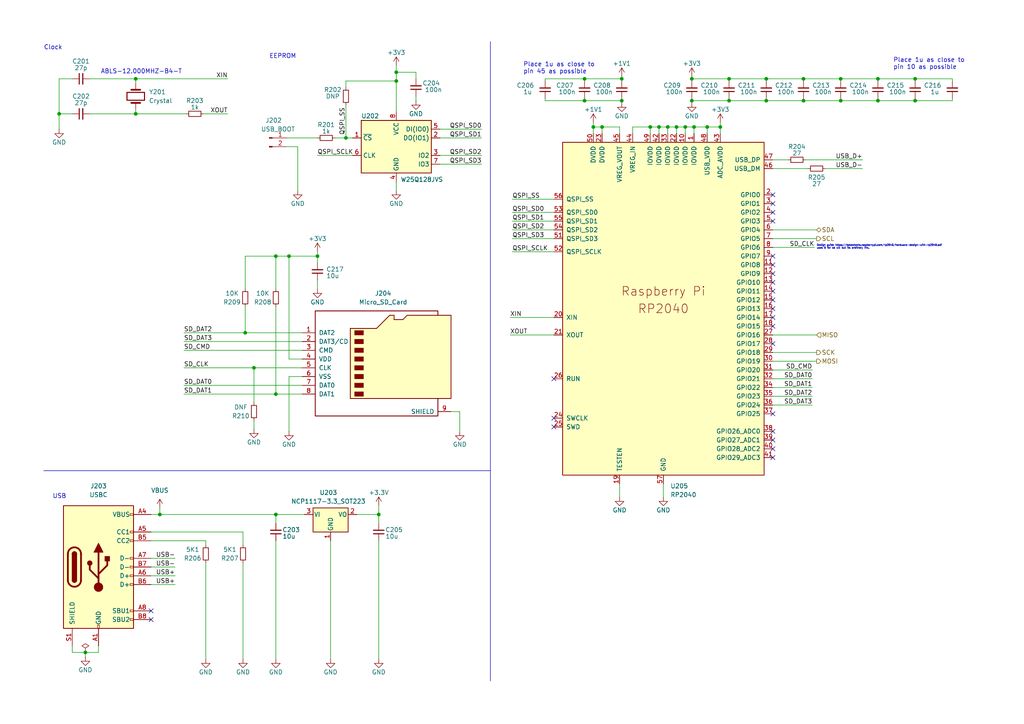
<source format=kicad_sch>
(kicad_sch (version 20230121) (generator eeschema)
  (paper "A4")
  (title_block (title "KIT Mainboard") (date "${ISSUE}") (rev "${REVISION}") (company "Kitsune Scientific"))
  (lib_symbols
    (symbol "Connector:Conn_01x02_Male" (pin_names (offset 1.016) hide)
      (property "Reference" "J" (at 0 2.54 0))
      (property "Value" "Conn_01x02_Male" (at 0 -5.08 0))
      (symbol "Conn_01x02_Male_1_1"
        (polyline (pts (xy 1.27 -2.54) (xy 0.8636 -2.54)) (stroke (width 0.1524)))
        (polyline (pts (xy 1.27 0) (xy 0.8636 0)) (stroke (width 0.1524)))
        (rectangle (start 0.8636 -2.413) (end 0 -2.667) (stroke (width 0.1524)) (fill (type outline)))
        (rectangle (start 0.8636 0.127) (end 0 -0.127) (stroke (width 0.1524)) (fill (type outline)))
        (pin passive line (at 5.08 0 180) (length 3.81) (name "Pin_1") (number "1"))
        (pin passive line (at 5.08 -2.54 180) (length 3.81) (name "Pin_2") (number "2"))
      )
    )
    (symbol "Connector:Micro_SD_Card" (pin_names (offset 1.016))
      (property "Reference" "J" (at -16.51 15.24 0))
      (property "Value" "Micro_SD_Card" (at 16.51 15.24 0))
      (symbol "Micro_SD_Card_0_1"
        (rectangle (start -7.62 -9.525) (end -5.08 -10.795) (fill (type outline)))
        (rectangle (start -7.62 -6.985) (end -5.08 -8.255) (fill (type outline)))
        (rectangle (start -7.62 -4.445) (end -5.08 -5.715) (fill (type outline)))
        (rectangle (start -7.62 -1.905) (end -5.08 -3.175) (fill (type outline)))
        (rectangle (start -7.62 0.635) (end -5.08 -0.635) (fill (type outline)))
        (rectangle (start -7.62 3.175) (end -5.08 1.905) (fill (type outline)))
        (rectangle (start -7.62 5.715) (end -5.08 4.445) (fill (type outline)))
        (rectangle (start -7.62 8.255) (end -5.08 6.985) (fill (type outline)))
        (polyline (pts (xy 16.51 12.7) (xy 16.51 13.97) (xy -19.05 13.97) (xy -19.05 -16.51) (xy 16.51 -16.51) (xy 16.51 -11.43)) (stroke (width 0.254)))
        (polyline (pts (xy -8.89 -11.43) (xy -8.89 8.89) (xy -1.27 8.89) (xy 2.54 12.7) (xy 3.81 12.7) (xy 3.81 11.43) (xy 6.35 11.43) (xy 7.62 12.7) (xy 20.32 12.7) (xy 20.32 -11.43) (xy -8.89 -11.43)) (stroke (width 0.254)) (fill (type background)))
      )
      (symbol "Micro_SD_Card_1_1"
        (pin bidirectional line (at -22.86 7.62 0) (length 3.81) (name "DAT2") (number "1"))
        (pin bidirectional line (at -22.86 5.08 0) (length 3.81) (name "DAT3/CD") (number "2"))
        (pin input line (at -22.86 2.54 0) (length 3.81) (name "CMD") (number "3"))
        (pin power_in line (at -22.86 0 0) (length 3.81) (name "VDD") (number "4"))
        (pin input line (at -22.86 -2.54 0) (length 3.81) (name "CLK") (number "5"))
        (pin power_in line (at -22.86 -5.08 0) (length 3.81) (name "VSS") (number "6"))
        (pin bidirectional line (at -22.86 -7.62 0) (length 3.81) (name "DAT0") (number "7"))
        (pin bidirectional line (at -22.86 -10.16 0) (length 3.81) (name "DAT1") (number "8"))
        (pin passive line (at 20.32 -15.24 180) (length 3.81) (name "SHIELD") (number "9"))
      )
    )
    (symbol "Connector:USB_C_Receptacle_USB2.0" (pin_names (offset 1.016))
      (property "Reference" "J" (at -10.16 19.05 0))
      (property "Value" "USB_C_Receptacle_USB2.0" (at 19.05 19.05 0))
      (symbol "USB_C_Receptacle_USB2.0_0_0"
        (rectangle (start -0.254 -17.78) (end 0.254 -16.764))
        (rectangle (start 10.16 -14.986) (end 9.144 -15.494))
        (rectangle (start 10.16 -12.446) (end 9.144 -12.954))
        (rectangle (start 10.16 -4.826) (end 9.144 -5.334))
        (rectangle (start 10.16 -2.286) (end 9.144 -2.794))
        (rectangle (start 10.16 0.254) (end 9.144 -0.254))
        (rectangle (start 10.16 2.794) (end 9.144 2.286))
        (rectangle (start 10.16 7.874) (end 9.144 7.366))
        (rectangle (start 10.16 10.414) (end 9.144 9.906))
        (rectangle (start 10.16 15.494) (end 9.144 14.986))
      )
      (symbol "USB_C_Receptacle_USB2.0_0_1"
        (rectangle (start -10.16 17.78) (end 10.16 -17.78) (stroke (width 0.254)) (fill (type background)))
        (arc (start -8.89 -3.81) (mid -6.985 -5.7067) (end -5.08 -3.81) (stroke (width 0.508)))
        (arc (start -7.62 -3.81) (mid -6.985 -4.4423) (end -6.35 -3.81) (stroke (width 0.254)))
        (arc (start -7.62 -3.81) (mid -6.985 -4.4423) (end -6.35 -3.81) (stroke (width 0.254)) (fill (type outline)))
        (rectangle (start -7.62 -3.81) (end -6.35 3.81) (stroke (width 0.254)) (fill (type outline)))
        (arc (start -6.35 3.81) (mid -6.985 4.4423) (end -7.62 3.81) (stroke (width 0.254)))
        (arc (start -6.35 3.81) (mid -6.985 4.4423) (end -7.62 3.81) (stroke (width 0.254)) (fill (type outline)))
        (arc (start -5.08 3.81) (mid -6.985 5.7067) (end -8.89 3.81) (stroke (width 0.508)))
        (circle (center -2.54 1.143) (radius 0.635) (stroke (width 0.254)) (fill (type outline)))
        (circle (center 0 -5.842) (radius 1.27) (fill (type outline)))
        (polyline (pts (xy -8.89 -3.81) (xy -8.89 3.81)) (stroke (width 0.508)))
        (polyline (pts (xy -5.08 3.81) (xy -5.08 -3.81)) (stroke (width 0.508)))
        (polyline (pts (xy 0 -5.842) (xy 0 4.318)) (stroke (width 0.508)))
        (polyline (pts (xy 0 -3.302) (xy -2.54 -0.762) (xy -2.54 0.508)) (stroke (width 0.508)))
        (polyline (pts (xy 0 -2.032) (xy 2.54 0.508) (xy 2.54 1.778)) (stroke (width 0.508)))
        (polyline (pts (xy -1.27 4.318) (xy 0 6.858) (xy 1.27 4.318) (xy -1.27 4.318)) (stroke (width 0.254)) (fill (type outline)))
        (rectangle (start 1.905 1.778) (end 3.175 3.048) (stroke (width 0.254)) (fill (type outline)))
      )
      (symbol "USB_C_Receptacle_USB2.0_1_1"
        (pin passive line (at 0 -22.86 90) (length 5.08) (name "GND") (number "A1"))
        (pin passive line (at 0 -22.86 90) (length 5.08) hide (name "GND") (number "A12"))
        (pin passive line (at 15.24 15.24 180) (length 5.08) (name "VBUS") (number "A4"))
        (pin bidirectional line (at 15.24 10.16 180) (length 5.08) (name "CC1") (number "A5"))
        (pin bidirectional line (at 15.24 -2.54 180) (length 5.08) (name "D+") (number "A6"))
        (pin bidirectional line (at 15.24 2.54 180) (length 5.08) (name "D-") (number "A7"))
        (pin bidirectional line (at 15.24 -12.7 180) (length 5.08) (name "SBU1") (number "A8"))
        (pin passive line (at 15.24 15.24 180) (length 5.08) hide (name "VBUS") (number "A9"))
        (pin passive line (at 0 -22.86 90) (length 5.08) hide (name "GND") (number "B1"))
        (pin passive line (at 0 -22.86 90) (length 5.08) hide (name "GND") (number "B12"))
        (pin passive line (at 15.24 15.24 180) (length 5.08) hide (name "VBUS") (number "B4"))
        (pin bidirectional line (at 15.24 7.62 180) (length 5.08) (name "CC2") (number "B5"))
        (pin bidirectional line (at 15.24 -5.08 180) (length 5.08) (name "D+") (number "B6"))
        (pin bidirectional line (at 15.24 0 180) (length 5.08) (name "D-") (number "B7"))
        (pin bidirectional line (at 15.24 -15.24 180) (length 5.08) (name "SBU2") (number "B8"))
        (pin passive line (at 15.24 15.24 180) (length 5.08) hide (name "VBUS") (number "B9"))
        (pin passive line (at -7.62 -22.86 90) (length 5.08) (name "SHIELD") (number "S1"))
      )
    )
    (symbol "Device:C_Small" (pin_numbers hide) (pin_names (offset 0.254) hide)
      (property "Reference" "C" (at 0.254 1.778 0))
      (property "Value" "C_Small" (at 0.254 -2.032 0))
      (symbol "C_Small_0_1"
        (polyline (pts (xy -1.524 -0.508) (xy 1.524 -0.508)) (stroke (width 0.3302)))
        (polyline (pts (xy -1.524 0.508) (xy 1.524 0.508)) (stroke (width 0.3048)))
      )
      (symbol "C_Small_1_1"
        (pin passive line (at 0 2.54 270) (length 2.032) (name "~") (number "1"))
        (pin passive line (at 0 -2.54 90) (length 2.032) (name "~") (number "2"))
      )
    )
    (symbol "Device:Crystal" (pin_numbers hide) (pin_names (offset 1.016) hide)
      (property "Reference" "Y" (at 0 3.81 0))
      (property "Value" "Crystal" (at 0 -3.81 0))
      (symbol "Crystal_0_1"
        (rectangle (start -1.143 2.54) (end 1.143 -2.54) (stroke (width 0.3048)))
        (polyline (pts (xy -2.54 0) (xy -1.905 0)))
        (polyline (pts (xy -1.905 -1.27) (xy -1.905 1.27)) (stroke (width 0.508)))
        (polyline (pts (xy 1.905 -1.27) (xy 1.905 1.27)) (stroke (width 0.508)))
        (polyline (pts (xy 2.54 0) (xy 1.905 0)))
      )
      (symbol "Crystal_1_1"
        (pin passive line (at -3.81 0 0) (length 1.27) (name "1") (number "1"))
        (pin passive line (at 3.81 0 180) (length 1.27) (name "2") (number "2"))
      )
    )
    (symbol "Device:R_Small" (pin_numbers hide) (pin_names (offset 0.254) hide)
      (property "Reference" "R" (at 0.762 0.508 0))
      (property "Value" "R_Small" (at 0.762 -1.016 0))
      (symbol "R_Small_0_1"
        (rectangle (start -0.762 1.778) (end 0.762 -1.778) (stroke (width 0.2032)))
      )
      (symbol "R_Small_1_1"
        (pin passive line (at 0 2.54 270) (length 0.762) (name "~") (number "1"))
        (pin passive line (at 0 -2.54 90) (length 0.762) (name "~") (number "2"))
      )
    )
    (symbol "KenwoodFox:RP2040" (pin_names (offset 1.016))
      (property "Reference" "U" (at -29.21 49.53 0))
      (property "Value" "RP2040" (at 24.13 -49.53 0))
      (symbol "RP2040_0_0"
        (text "Raspberry Pi" (at 0 5.08 0) (effects (font (size 2.54 2.54))))
        (text "RP2040" (at 0 0 0) (effects (font (size 2.54 2.54))))
      )
      (symbol "RP2040_0_1"
        (rectangle (start 29.21 48.26) (end -29.21 -48.26) (stroke (width 0.254)) (fill (type background)))
      )
      (symbol "RP2040_1_1"
        (pin power_in line (at 8.89 50.8 270) (length 2.54) (name "IOVDD") (number "1"))
        (pin power_in line (at 6.35 50.8 270) (length 2.54) (name "IOVDD") (number "10"))
        (pin bidirectional line (at 31.75 12.7 180) (length 2.54) (name "GPIO8") (number "11"))
        (pin bidirectional line (at 31.75 10.16 180) (length 2.54) (name "GPIO9") (number "12"))
        (pin bidirectional line (at 31.75 7.62 180) (length 2.54) (name "GPIO10") (number "13"))
        (pin bidirectional line (at 31.75 5.08 180) (length 2.54) (name "GPIO11") (number "14"))
        (pin bidirectional line (at 31.75 2.54 180) (length 2.54) (name "GPIO12") (number "15"))
        (pin bidirectional line (at 31.75 0 180) (length 2.54) (name "GPIO13") (number "16"))
        (pin bidirectional line (at 31.75 -2.54 180) (length 2.54) (name "GPIO14") (number "17"))
        (pin bidirectional line (at 31.75 -5.08 180) (length 2.54) (name "GPIO15") (number "18"))
        (pin passive line (at -12.7 -50.8 90) (length 2.54) (name "TESTEN") (number "19"))
        (pin bidirectional line (at 31.75 33.02 180) (length 2.54) (name "GPIO0") (number "2"))
        (pin input line (at -31.75 -2.54 0) (length 2.54) (name "XIN") (number "20"))
        (pin passive line (at -31.75 -7.62 0) (length 2.54) (name "XOUT") (number "21"))
        (pin power_in line (at 3.81 50.8 270) (length 2.54) (name "IOVDD") (number "22"))
        (pin power_in line (at -17.78 50.8 270) (length 2.54) (name "DVDD") (number "23"))
        (pin output line (at -31.75 -31.75 0) (length 2.54) (name "SWCLK") (number "24"))
        (pin bidirectional line (at -31.75 -34.29 0) (length 2.54) (name "SWD") (number "25"))
        (pin input line (at -31.75 -20.32 0) (length 2.54) (name "RUN") (number "26"))
        (pin bidirectional line (at 31.75 -7.62 180) (length 2.54) (name "GPIO16") (number "27"))
        (pin bidirectional line (at 31.75 -10.16 180) (length 2.54) (name "GPIO17") (number "28"))
        (pin bidirectional line (at 31.75 -12.7 180) (length 2.54) (name "GPIO18") (number "29"))
        (pin bidirectional line (at 31.75 30.48 180) (length 2.54) (name "GPIO1") (number "3"))
        (pin bidirectional line (at 31.75 -15.24 180) (length 2.54) (name "GPIO19") (number "30"))
        (pin bidirectional line (at 31.75 -17.78 180) (length 2.54) (name "GPIO20") (number "31"))
        (pin bidirectional line (at 31.75 -20.32 180) (length 2.54) (name "GPIO21") (number "32"))
        (pin power_in line (at 1.27 50.8 270) (length 2.54) (name "IOVDD") (number "33"))
        (pin bidirectional line (at 31.75 -22.86 180) (length 2.54) (name "GPIO22") (number "34"))
        (pin bidirectional line (at 31.75 -25.4 180) (length 2.54) (name "GPIO23") (number "35"))
        (pin bidirectional line (at 31.75 -27.94 180) (length 2.54) (name "GPIO24") (number "36"))
        (pin bidirectional line (at 31.75 -30.48 180) (length 2.54) (name "GPIO25") (number "37"))
        (pin bidirectional line (at 31.75 -35.56 180) (length 2.54) (name "GPIO26_ADC0") (number "38"))
        (pin bidirectional line (at 31.75 -38.1 180) (length 2.54) (name "GPIO27_ADC1") (number "39"))
        (pin bidirectional line (at 31.75 27.94 180) (length 2.54) (name "GPIO2") (number "4"))
        (pin bidirectional line (at 31.75 -40.64 180) (length 2.54) (name "GPIO28_ADC2") (number "40"))
        (pin bidirectional line (at 31.75 -43.18 180) (length 2.54) (name "GPIO29_ADC3") (number "41"))
        (pin power_in line (at -1.27 50.8 270) (length 2.54) (name "IOVDD") (number "42"))
        (pin power_in line (at 16.51 50.8 270) (length 2.54) (name "ADC_AVDD") (number "43"))
        (pin power_in line (at -8.89 50.8 270) (length 2.54) (name "VREG_IN") (number "44"))
        (pin power_out line (at -12.7 50.8 270) (length 2.54) (name "VREG_VOUT") (number "45"))
        (pin bidirectional line (at 31.75 40.64 180) (length 2.54) (name "USB_DM") (number "46"))
        (pin bidirectional line (at 31.75 43.18 180) (length 2.54) (name "USB_DP") (number "47"))
        (pin power_in line (at 12.7 50.8 270) (length 2.54) (name "USB_VDD") (number "48"))
        (pin power_in line (at -3.81 50.8 270) (length 2.54) (name "IOVDD") (number "49"))
        (pin bidirectional line (at 31.75 25.4 180) (length 2.54) (name "GPIO3") (number "5"))
        (pin power_in line (at -20.32 50.8 270) (length 2.54) (name "DVDD") (number "50"))
        (pin bidirectional line (at -31.75 20.32 0) (length 2.54) (name "QSPI_SD3") (number "51"))
        (pin output line (at -31.75 16.51 0) (length 2.54) (name "QSPI_SCLK") (number "52"))
        (pin bidirectional line (at -31.75 27.94 0) (length 2.54) (name "QSPI_SD0") (number "53"))
        (pin bidirectional line (at -31.75 22.86 0) (length 2.54) (name "QSPI_SD2") (number "54"))
        (pin bidirectional line (at -31.75 25.4 0) (length 2.54) (name "QSPI_SD1") (number "55"))
        (pin bidirectional line (at -31.75 31.75 0) (length 2.54) (name "QSPI_SS") (number "56"))
        (pin power_in line (at 0 -50.8 90) (length 2.54) (name "GND") (number "57"))
        (pin bidirectional line (at 31.75 22.86 180) (length 2.54) (name "GPIO4") (number "6"))
        (pin bidirectional line (at 31.75 20.32 180) (length 2.54) (name "GPIO5") (number "7"))
        (pin bidirectional line (at 31.75 17.78 180) (length 2.54) (name "GPIO6") (number "8"))
        (pin bidirectional line (at 31.75 15.24 180) (length 2.54) (name "GPIO7") (number "9"))
      )
    )
    (symbol "Memory_Flash:W25Q128JVS"
      (property "Reference" "U" (at -8.89 8.89 0))
      (property "Value" "W25Q128JVS" (at 7.62 8.89 0))
      (symbol "W25Q128JVS_0_1"
        (rectangle (start -10.16 7.62) (end 10.16 -7.62) (stroke (width 0.254)) (fill (type background)))
      )
      (symbol "W25Q128JVS_1_1"
        (pin input line (at -12.7 2.54 0) (length 2.54) (name "~{CS}") (number "1"))
        (pin bidirectional line (at 12.7 2.54 180) (length 2.54) (name "DO(IO1)") (number "2"))
        (pin bidirectional line (at 12.7 -2.54 180) (length 2.54) (name "IO2") (number "3"))
        (pin power_in line (at 0 -10.16 90) (length 2.54) (name "GND") (number "4"))
        (pin bidirectional line (at 12.7 5.08 180) (length 2.54) (name "DI(IO0)") (number "5"))
        (pin input line (at -12.7 -2.54 0) (length 2.54) (name "CLK") (number "6"))
        (pin bidirectional line (at 12.7 -5.08 180) (length 2.54) (name "IO3") (number "7"))
        (pin power_in line (at 0 10.16 270) (length 2.54) (name "VCC") (number "8"))
      )
    )
    (symbol "Regulator_Linear:NCP1117-3.3_SOT223" (pin_names (offset 0.254))
      (property "Reference" "U" (at -3.81 3.175 0))
      (property "Value" "NCP1117-3.3_SOT223" (at 0 3.175 0))
      (symbol "NCP1117-3.3_SOT223_0_1"
        (rectangle (start -5.08 -5.08) (end 5.08 1.905) (stroke (width 0.254)) (fill (type background)))
      )
      (symbol "NCP1117-3.3_SOT223_1_1"
        (pin power_in line (at 0 -7.62 90) (length 2.54) (name "GND") (number "1"))
        (pin power_out line (at 7.62 0 180) (length 2.54) (name "VO") (number "2"))
        (pin power_in line (at -7.62 0 0) (length 2.54) (name "VI") (number "3"))
      )
    )
    (symbol "power:+1V1" (power) (pin_names (offset 0))
      (property "Value" "+1V1" (at 0 3.556 0))
      (symbol "+1V1_0_1"
        (polyline (pts (xy -0.762 1.27) (xy 0 2.54)))
        (polyline (pts (xy 0 0) (xy 0 2.54)))
        (polyline (pts (xy 0 2.54) (xy 0.762 1.27)))
      )
      (symbol "+1V1_1_1"
        (pin power_in line (at 0 0 90) (length 0) hide (name "+1V1") (number "1"))
      )
    )
    (symbol "power:+3.3V" (power) (pin_names (offset 0))
      (property "Value" "+3.3V" (at 0 3.556 0))
      (symbol "+3.3V_0_1"
        (polyline (pts (xy -0.762 1.27) (xy 0 2.54)))
        (polyline (pts (xy 0 0) (xy 0 2.54)))
        (polyline (pts (xy 0 2.54) (xy 0.762 1.27)))
      )
      (symbol "+3.3V_1_1"
        (pin power_in line (at 0 0 90) (length 0) hide (name "+3.3V") (number "1"))
      )
    )
    (symbol "power:+3V3" (power) (pin_names (offset 0))
      (property "Value" "+3V3" (at 0 3.556 0))
      (symbol "+3V3_0_1"
        (polyline (pts (xy -0.762 1.27) (xy 0 2.54)))
        (polyline (pts (xy 0 0) (xy 0 2.54)))
        (polyline (pts (xy 0 2.54) (xy 0.762 1.27)))
      )
      (symbol "+3V3_1_1"
        (pin power_in line (at 0 0 90) (length 0) hide (name "+3V3") (number "1"))
      )
    )
    (symbol "power:GND" (power) (pin_names (offset 0))
      (property "Value" "GND" (at 0 -3.81 0))
      (symbol "GND_0_1"
        (polyline (pts (xy 0 0) (xy 0 -1.27) (xy 1.27 -1.27) (xy 0 -2.54) (xy -1.27 -1.27) (xy 0 -1.27)))
      )
      (symbol "GND_1_1"
        (pin power_in line (at 0 0 270) (length 0) hide (name "GND") (number "1"))
      )
    )
    (symbol "power:PWR_FLAG" (power) (pin_numbers hide) (pin_names (offset 0) hide)
      (property "Value" "PWR_FLAG" (at 0 3.81 0))
      (symbol "PWR_FLAG_0_0"
        (pin power_out line (at 0 0 90) (length 0) (name "pwr") (number "1"))
      )
      (symbol "PWR_FLAG_0_1"
        (polyline (pts (xy 0 0) (xy 0 1.27) (xy -1.016 1.905) (xy 0 2.54) (xy 1.016 1.905) (xy 0 1.27)))
      )
    )
    (symbol "power:VBUS" (power) (pin_names (offset 0))
      (property "Value" "VBUS" (at 0 3.81 0))
      (symbol "VBUS_0_1"
        (polyline (pts (xy -0.762 1.27) (xy 0 2.54)))
        (polyline (pts (xy 0 0) (xy 0 2.54)))
        (polyline (pts (xy 0 2.54) (xy 0.762 1.27)))
      )
      (symbol "VBUS_1_1"
        (pin power_in line (at 0 0 90) (length 0) hide (name "VBUS") (number "1"))
      )
    )
  )
  (junction (at 265.43 22.86))
  (junction (at 265.43 29.21))
  (junction (at 174.625 36.83))
  (junction (at 188.595 36.83))
  (junction (at 211.455 29.21))
  (junction (at 233.045 22.86))
  (junction (at 114.935 20.955))
  (junction (at 200.66 22.86))
  (junction (at 83.82 74.295))
  (junction (at 172.085 36.83))
  (junction (at 191.135 36.83))
  (junction (at 39.37 22.86))
  (junction (at 180.34 29.21))
  (junction (at 39.37 33.02))
  (junction (at 80.01 149.225))
  (junction (at 222.25 29.21))
  (junction (at 71.12 96.52))
  (junction (at 92.075 74.295))
  (junction (at 169.545 29.21))
  (junction (at 233.045 29.21))
  (junction (at 208.915 36.83))
  (junction (at 200.66 29.21))
  (junction (at 100.33 40.005))
  (junction (at 196.215 36.83))
  (junction (at 80.01 74.295))
  (junction (at 254.635 29.21))
  (junction (at 73.66 106.68))
  (junction (at 169.545 22.86))
  (junction (at 201.295 36.83))
  (junction (at 193.675 36.83))
  (junction (at 243.84 22.86))
  (junction (at 254.635 22.86))
  (junction (at 109.855 149.225))
  (junction (at 222.25 22.86))
  (junction (at 180.34 22.86))
  (junction (at 243.84 29.21))
  (junction (at 46.355 149.225))
  (junction (at 17.145 33.02))
  (junction (at 211.455 22.86))
  (junction (at 114.935 23.495))
  (junction (at 80.01 114.3))
  (junction (at 205.105 36.83))
  (junction (at 198.755 36.83))
  (junction (at 24.765 189.23))
  (no_connect (at 224.155 76.835))
  (no_connect (at 224.155 56.515))
  (no_connect (at 160.655 121.285))
  (no_connect (at 224.155 89.535))
  (no_connect (at 224.155 92.075))
  (no_connect (at 224.155 99.695))
  (no_connect (at 224.155 81.915))
  (no_connect (at 224.155 130.175))
  (no_connect (at 224.155 84.455))
  (no_connect (at 224.155 64.135))
  (no_connect (at 224.155 125.095))
  (no_connect (at 224.155 86.995))
  (no_connect (at 224.155 127.635))
  (no_connect (at 224.155 61.595))
  (no_connect (at 224.155 132.715))
  (no_connect (at 160.655 109.855))
  (no_connect (at 224.155 94.615))
  (no_connect (at 224.155 79.375))
  (no_connect (at 224.155 74.295))
  (no_connect (at 43.815 177.165))
  (no_connect (at 224.155 120.015))
  (no_connect (at 160.655 123.825))
  (no_connect (at 224.155 59.055))
  (no_connect (at 43.815 179.705))
  (wire (pts (xy 276.225 22.86) (xy 276.225 23.495)))
  (wire (pts (xy 53.34 99.06) (xy 87.63 99.06)))
  (wire (pts (xy 95.885 156.845) (xy 95.885 191.135)))
  (wire (pts (xy 233.68 46.355) (xy 250.19 46.355)))
  (wire (pts (xy 83.82 104.14) (xy 87.63 104.14)))
  (wire (pts (xy 211.455 28.575) (xy 211.455 29.21)))
  (wire (pts (xy 254.635 29.21) (xy 265.43 29.21)))
  (wire (pts (xy 73.66 116.84) (xy 73.66 106.68)))
  (wire (pts (xy 200.66 28.575) (xy 200.66 29.21)))
  (wire (pts (xy 233.045 29.21) (xy 243.84 29.21)))
  (wire (pts (xy 53.34 101.6) (xy 87.63 101.6)))
  (wire (pts (xy 169.545 22.86) (xy 169.545 23.495)))
  (wire (pts (xy 109.855 146.685) (xy 109.855 149.225)))
  (wire (pts (xy 200.66 22.86) (xy 200.66 23.495)))
  (wire (pts (xy 180.34 22.86) (xy 180.34 23.495)))
  (wire (pts (xy 20.955 187.325) (xy 20.955 189.23)))
  (wire (pts (xy 196.215 36.83) (xy 196.215 38.735)))
  (wire (pts (xy 83.185 42.545) (xy 86.36 42.545)))
  (wire (pts (xy 243.84 22.86) (xy 254.635 22.86)))
  (wire (pts (xy 205.105 36.83) (xy 208.915 36.83)))
  (wire (pts (xy 80.01 114.3) (xy 87.63 114.3)))
  (wire (pts (xy 71.12 74.295) (xy 80.01 74.295)))
  (wire (pts (xy 200.66 29.21) (xy 200.66 29.845)))
  (wire (pts (xy 148.59 66.675) (xy 160.655 66.675)))
  (wire (pts (xy 20.955 189.23) (xy 24.765 189.23)))
  (wire (pts (xy 127.635 40.005) (xy 139.7 40.005)))
  (wire (pts (xy 24.765 189.23) (xy 28.575 189.23)))
  (wire (pts (xy 235.585 109.855) (xy 224.155 109.855)))
  (wire (pts (xy 114.935 52.705) (xy 114.935 55.245)))
  (wire (pts (xy 148.59 61.595) (xy 160.655 61.595)))
  (wire (pts (xy 43.815 161.925) (xy 50.8 161.925)))
  (wire (pts (xy 224.155 69.215) (xy 236.855 69.215)))
  (wire (pts (xy 80.01 149.225) (xy 88.265 149.225)))
  (wire (pts (xy 254.635 22.86) (xy 254.635 23.495)))
  (wire (pts (xy 17.145 33.02) (xy 17.145 22.86)))
  (wire (pts (xy 200.66 22.225) (xy 200.66 22.86)))
  (wire (pts (xy 109.855 156.845) (xy 109.855 191.135)))
  (wire (pts (xy 46.355 149.225) (xy 80.01 149.225)))
  (wire (pts (xy 147.955 97.155) (xy 160.655 97.155)))
  (wire (pts (xy 53.34 114.3) (xy 80.01 114.3)))
  (wire (pts (xy 148.59 69.215) (xy 160.655 69.215)))
  (wire (pts (xy 59.69 156.845) (xy 59.69 158.115)))
  (wire (pts (xy 92.075 73.025) (xy 92.075 74.295)))
  (wire (pts (xy 83.82 74.295) (xy 80.01 74.295)))
  (wire (pts (xy 53.34 111.76) (xy 87.63 111.76)))
  (wire (pts (xy 224.155 97.155) (xy 236.855 97.155)))
  (wire (pts (xy 71.12 96.52) (xy 87.63 96.52)))
  (wire (pts (xy 83.185 40.005) (xy 92.075 40.005)))
  (wire (pts (xy 147.955 92.075) (xy 160.655 92.075)))
  (wire (pts (xy 179.705 140.335) (xy 179.705 144.145)))
  (wire (pts (xy 71.12 83.82) (xy 71.12 74.295)))
  (wire (pts (xy 224.155 102.235) (xy 236.855 102.235)))
  (wire (pts (xy 254.635 22.86) (xy 265.43 22.86)))
  (wire (pts (xy 39.37 33.02) (xy 53.975 33.02)))
  (wire (pts (xy 100.33 25.4) (xy 100.33 23.495)))
  (wire (pts (xy 235.585 107.315) (xy 224.155 107.315)))
  (wire (pts (xy 205.105 36.83) (xy 205.105 38.735)))
  (wire (pts (xy 97.155 40.005) (xy 100.33 40.005)))
  (wire (pts (xy 179.705 36.83) (xy 179.705 38.735)))
  (polyline (pts (xy 12.7 136.525) (xy 142.24 136.525)))
  (wire (pts (xy 46.355 149.225) (xy 46.355 147.32)))
  (wire (pts (xy 172.085 36.83) (xy 172.085 38.735)))
  (wire (pts (xy 200.66 29.21) (xy 211.455 29.21)))
  (wire (pts (xy 28.575 189.23) (xy 28.575 187.325)))
  (wire (pts (xy 169.545 22.86) (xy 180.34 22.86)))
  (wire (pts (xy 158.115 28.575) (xy 158.115 29.21)))
  (wire (pts (xy 180.34 22.225) (xy 180.34 22.86)))
  (wire (pts (xy 265.43 28.575) (xy 265.43 29.21)))
  (wire (pts (xy 224.155 104.775) (xy 236.855 104.775)))
  (wire (pts (xy 201.295 36.83) (xy 205.105 36.83)))
  (wire (pts (xy 243.84 29.21) (xy 254.635 29.21)))
  (wire (pts (xy 26.035 33.02) (xy 39.37 33.02)))
  (wire (pts (xy 39.37 33.02) (xy 39.37 31.75)))
  (wire (pts (xy 180.34 28.575) (xy 180.34 29.21)))
  (wire (pts (xy 208.915 36.83) (xy 208.915 38.735)))
  (wire (pts (xy 114.935 20.955) (xy 120.65 20.955)))
  (wire (pts (xy 100.33 30.48) (xy 100.33 40.005)))
  (wire (pts (xy 265.43 29.21) (xy 276.225 29.21)))
  (wire (pts (xy 183.515 38.735) (xy 183.515 36.83)))
  (wire (pts (xy 236.22 71.755) (xy 224.155 71.755)))
  (wire (pts (xy 224.155 48.895) (xy 234.315 48.895)))
  (wire (pts (xy 92.075 45.085) (xy 102.235 45.085)))
  (wire (pts (xy 24.765 189.23) (xy 24.765 190.5)))
  (wire (pts (xy 120.65 20.955) (xy 120.65 22.86)))
  (wire (pts (xy 103.505 149.225) (xy 109.855 149.225)))
  (wire (pts (xy 235.585 114.935) (xy 224.155 114.935)))
  (wire (pts (xy 222.25 28.575) (xy 222.25 29.21)))
  (wire (pts (xy 127.635 45.085) (xy 139.7 45.085)))
  (wire (pts (xy 86.36 42.545) (xy 86.36 55.245)))
  (wire (pts (xy 109.855 149.225) (xy 109.855 151.765)))
  (wire (pts (xy 148.59 57.785) (xy 160.655 57.785)))
  (wire (pts (xy 172.085 36.83) (xy 174.625 36.83)))
  (wire (pts (xy 158.115 22.86) (xy 169.545 22.86)))
  (wire (pts (xy 39.37 22.86) (xy 66.04 22.86)))
  (wire (pts (xy 193.675 36.83) (xy 193.675 38.735)))
  (wire (pts (xy 158.115 22.86) (xy 158.115 23.495)))
  (wire (pts (xy 43.815 149.225) (xy 46.355 149.225)))
  (wire (pts (xy 211.455 29.21) (xy 222.25 29.21)))
  (wire (pts (xy 53.34 106.68) (xy 73.66 106.68)))
  (wire (pts (xy 43.815 156.845) (xy 59.69 156.845)))
  (wire (pts (xy 83.82 109.22) (xy 87.63 109.22)))
  (wire (pts (xy 233.045 22.86) (xy 233.045 23.495)))
  (wire (pts (xy 133.35 125.095) (xy 133.35 119.38)))
  (wire (pts (xy 80.01 149.225) (xy 80.01 151.765)))
  (wire (pts (xy 80.01 88.9) (xy 80.01 114.3)))
  (wire (pts (xy 222.25 22.86) (xy 222.25 23.495)))
  (wire (pts (xy 276.225 28.575) (xy 276.225 29.21)))
  (wire (pts (xy 26.035 22.86) (xy 39.37 22.86)))
  (wire (pts (xy 183.515 36.83) (xy 188.595 36.83)))
  (wire (pts (xy 17.145 22.86) (xy 20.955 22.86)))
  (wire (pts (xy 191.135 36.83) (xy 191.135 38.735)))
  (wire (pts (xy 243.84 28.575) (xy 243.84 29.21)))
  (wire (pts (xy 174.625 36.83) (xy 174.625 38.735)))
  (wire (pts (xy 224.155 66.675) (xy 236.855 66.675)))
  (wire (pts (xy 198.755 36.83) (xy 198.755 38.735)))
  (wire (pts (xy 211.455 22.86) (xy 222.25 22.86)))
  (wire (pts (xy 43.815 167.005) (xy 50.8 167.005)))
  (wire (pts (xy 17.145 37.465) (xy 17.145 33.02)))
  (wire (pts (xy 222.25 29.21) (xy 233.045 29.21)))
  (wire (pts (xy 70.485 163.195) (xy 70.485 191.135)))
  (wire (pts (xy 211.455 22.86) (xy 211.455 23.495)))
  (wire (pts (xy 243.84 22.86) (xy 243.84 23.495)))
  (wire (pts (xy 192.405 140.335) (xy 192.405 144.145)))
  (wire (pts (xy 73.66 121.92) (xy 73.66 124.46)))
  (wire (pts (xy 80.01 156.845) (xy 80.01 191.135)))
  (wire (pts (xy 174.625 36.83) (xy 179.705 36.83)))
  (wire (pts (xy 43.815 169.545) (xy 50.8 169.545)))
  (wire (pts (xy 239.395 48.895) (xy 250.19 48.895)))
  (wire (pts (xy 80.01 74.295) (xy 80.01 83.82)))
  (wire (pts (xy 17.145 33.02) (xy 20.955 33.02)))
  (wire (pts (xy 188.595 36.83) (xy 191.135 36.83)))
  (wire (pts (xy 53.34 96.52) (xy 71.12 96.52)))
  (wire (pts (xy 92.075 74.295) (xy 83.82 74.295)))
  (wire (pts (xy 127.635 37.465) (xy 139.7 37.465)))
  (wire (pts (xy 92.075 81.28) (xy 92.075 83.82)))
  (wire (pts (xy 222.25 22.86) (xy 233.045 22.86)))
  (wire (pts (xy 71.12 88.9) (xy 71.12 96.52)))
  (wire (pts (xy 114.935 19.05) (xy 114.935 20.955)))
  (wire (pts (xy 148.59 73.025) (xy 160.655 73.025)))
  (wire (pts (xy 224.155 46.355) (xy 228.6 46.355)))
  (wire (pts (xy 114.935 23.495) (xy 114.935 32.385)))
  (wire (pts (xy 59.69 163.195) (xy 59.69 191.135)))
  (wire (pts (xy 169.545 29.21) (xy 180.34 29.21)))
  (wire (pts (xy 198.755 36.83) (xy 201.295 36.83)))
  (polyline (pts (xy 142.24 12.065) (xy 142.24 197.485)))
  (wire (pts (xy 191.135 36.83) (xy 193.675 36.83)))
  (wire (pts (xy 188.595 36.83) (xy 188.595 38.735)))
  (wire (pts (xy 169.545 28.575) (xy 169.545 29.21)))
  (wire (pts (xy 83.82 74.295) (xy 83.82 104.14)))
  (wire (pts (xy 233.045 22.86) (xy 243.84 22.86)))
  (wire (pts (xy 114.935 20.955) (xy 114.935 23.495)))
  (wire (pts (xy 83.82 125.095) (xy 83.82 109.22)))
  (wire (pts (xy 235.585 112.395) (xy 224.155 112.395)))
  (wire (pts (xy 73.66 106.68) (xy 87.63 106.68)))
  (wire (pts (xy 43.815 164.465) (xy 50.8 164.465)))
  (wire (pts (xy 180.34 29.21) (xy 180.34 29.845)))
  (wire (pts (xy 70.485 154.305) (xy 70.485 158.115)))
  (wire (pts (xy 235.585 117.475) (xy 224.155 117.475)))
  (wire (pts (xy 265.43 22.86) (xy 276.225 22.86)))
  (wire (pts (xy 39.37 22.86) (xy 39.37 24.13)))
  (wire (pts (xy 133.35 119.38) (xy 130.81 119.38)))
  (wire (pts (xy 100.33 40.005) (xy 102.235 40.005)))
  (wire (pts (xy 43.815 154.305) (xy 70.485 154.305)))
  (wire (pts (xy 59.055 33.02) (xy 66.04 33.02)))
  (wire (pts (xy 92.075 74.295) (xy 92.075 76.2)))
  (wire (pts (xy 196.215 36.83) (xy 198.755 36.83)))
  (wire (pts (xy 265.43 22.86) (xy 265.43 23.495)))
  (wire (pts (xy 208.915 35.56) (xy 208.915 36.83)))
  (wire (pts (xy 200.66 22.86) (xy 211.455 22.86)))
  (wire (pts (xy 120.65 27.94) (xy 120.65 29.21)))
  (wire (pts (xy 254.635 28.575) (xy 254.635 29.21)))
  (wire (pts (xy 148.59 64.135) (xy 160.655 64.135)))
  (wire (pts (xy 193.675 36.83) (xy 196.215 36.83)))
  (wire (pts (xy 127.635 47.625) (xy 139.7 47.625)))
  (wire (pts (xy 201.295 36.83) (xy 201.295 38.735)))
  (wire (pts (xy 233.045 28.575) (xy 233.045 29.21)))
  (wire (pts (xy 172.085 35.56) (xy 172.085 36.83)))
  (wire (pts (xy 158.115 29.21) (xy 169.545 29.21)))
  (wire (pts (xy 100.33 23.495) (xy 114.935 23.495)))
  (text "Clock" (at 12.7 14.605 0) (effects (font (size 1.27 1.27)) (justify left bottom)))
  (text "Design guide https://datasheets.raspberrypi.com/rp2040/hardware-design-with-rp2040.pdf\nuses 5 for sd clk but its arbitrary iirc." (at 236.855 72.39 0) (effects (font (size 0.508 0.508)) (justify left bottom)))
  (text "EEPROM" (at 78.105 17.145 0) (effects (font (size 1.27 1.27)) (justify left bottom)))
  (text "ABLS-12.000MHZ-B4-T" (at 29.21 21.59 0) (effects (font (size 1.27 1.27)) (justify left bottom)))
  (text "Place 1u as close to\npin 45 as possible" (at 151.765 21.59 0) (effects (font (size 1.27 1.27)) (justify left bottom)))
  (text "USB" (at 15.24 144.78 0) (effects (font (size 1.27 1.27)) (justify left bottom)))
  (text "Place 1u as close to\npin 10 as possible" (at 259.08 20.32 0) (effects (font (size 1.27 1.27)) (justify left bottom)))
  (label "QSPI_SD0" (at 148.59 61.595 0))
  (label "USB_D-" (at 250.19 48.895 180))
  (label "SD_CMD" (at 235.585 107.315 180))
  (label "QSPI_SD1" (at 148.59 64.135 0))
  (label "USB-" (at 50.8 164.465 180))
  (label "SD_DAT2" (at 235.585 114.935 180))
  (label "XOUT" (at 66.04 33.02 180))
  (label "SD_DAT1" (at 53.34 114.3 0))
  (label "XIN" (at 147.955 92.075 0))
  (label "SD_DAT3" (at 235.585 117.475 180))
  (label "SD_DAT1" (at 235.585 112.395 180))
  (label "SD_CLK" (at 53.34 106.68 0))
  (label "SD_CMD" (at 53.34 101.6 0))
  (label "QSPI_SD1" (at 139.7 40.005 180))
  (label "XIN" (at 66.04 22.86 180))
  (label "QSPI_SD2" (at 139.7 45.085 180))
  (label "SD_DAT3" (at 53.34 99.06 0))
  (label "QSPI_SD2" (at 148.59 66.675 0))
  (label "QSPI_SD3" (at 139.7 47.625 180))
  (label "QSPI_SD0" (at 139.7 37.465 180))
  (label "QSPI_SS" (at 148.59 57.785 0))
  (label "XOUT" (at 147.955 97.155 0))
  (label "USB-" (at 50.8 161.925 180))
  (label "USB+" (at 50.8 169.545 180))
  (label "QSPI_SCLK" (at 92.075 45.085 0))
  (label "SD_DAT2" (at 53.34 96.52 0))
  (label "SD_DAT0" (at 235.585 109.855 180))
  (label "QSPI_SCLK" (at 148.59 73.025 0))
  (label "USB+" (at 50.8 167.005 180))
  (label "SD_CLK" (at 236.22 71.755 180))
  (label "QSPI_SS" (at 100.33 31.115 270))
  (label "QSPI_SD3" (at 148.59 69.215 0))
  (label "SD_DAT0" (at 53.34 111.76 0))
  (label "USB_D+" (at 250.19 46.355 180))
  (hierarchical_label "SDA" (shape bidirectional) (at 236.855 66.675 0))
  (hierarchical_label "MOSI" (shape output) (at 236.855 104.775 0))
  (hierarchical_label "SCK" (shape output) (at 236.855 102.235 0))
  (hierarchical_label "SCL" (shape output) (at 236.855 69.215 0))
  (hierarchical_label "MISO" (shape input) (at 236.855 97.155 0))
  (symbol (lib_id "Device:R_Small") (at 59.69 160.655 180) (unit 1)
    (property "Reference" "R206" (at 55.88 161.925 0))
    (property "Value" "5K1" (at 55.88 159.385 0))
    (property "Footprint" "Resistor_SMD:R_0805_2012Metric" (effects hide))
    (property "LCSC#" "C269748" (effects hide))
    (instances (project "KIT_Controller" (path "" (reference "R206") (unit 1))) (project "SuperButtonX1" (path "" (reference "R101") (unit 1))))
  )
  (symbol (lib_id "Device:C_Small") (at 180.34 26.035 180) (unit 1)
    (property "Reference" "C208" (at 174.625 24.765 0))
    (property "Value" "100n" (at 175.26 26.67 0))
    (property "Footprint" "Capacitor_SMD:C_0805_2012Metric" (effects hide))
  )
  (symbol (lib_id "Connector:USB_C_Receptacle_USB2.0") (at 28.575 164.465 0) (unit 1)
    (property "Reference" "J203" (at 28.575 140.97 0))
    (property "Value" "USBC" (at 28.575 143.51 0))
    (property "Footprint" "Connector_USB:USB_C_Receptacle_XKB_U262-16XN-4BVC11" (effects hide))
    (property "Datasheet" "https://www.usb.org/sites/default/files/documents/usb_type-c.zip" (effects hide))
    (property "LCSC#" "C319148" (effects hide))
    (instances (project "KIT_Controller" (path "" (reference "J203") (unit 1))) (project "SuperButtonX1" (path "" (reference "J101") (unit 1))))
  )
  (symbol (lib_id "power:+3V3") (at 200.66 22.225 0) (unit 1)
    (property "Reference" "#PWR0217" (effects hide))
    (property "Value" "+3V3" (at 200.66 18.415 0))
  )
  (symbol (lib_id "Device:C_Small") (at 211.455 26.035 180) (unit 1)
    (property "Reference" "C210" (at 205.74 24.765 0))
    (property "Value" "100n" (at 206.375 26.67 0))
    (property "Footprint" "Capacitor_SMD:C_0805_2012Metric" (effects hide))
  )
  (symbol (lib_id "power:PWR_FLAG") (at 24.765 189.23 0) (unit 1)
    (property "Reference" "#FLG0201" (effects hide))
    (property "Value" "PWR_FLAG" (effects hide))
    (instances (project "KIT_Controller" (path "" (reference "#FLG0201") (unit 1))) (project "SuperButtonX1" (path "" (reference "#FLG0101") (unit 1))))
  )
  (symbol (lib_id "Device:R_Small") (at 80.01 86.36 180) (unit 1)
    (property "Reference" "R208" (at 76.2 87.63 0))
    (property "Value" "10K" (at 76.2 85.09 0))
    (property "Footprint" "Resistor_SMD:R_0805_2012Metric" (effects hide))
    (property "LCSC#" "C269748" (effects hide))
    (instances (project "KIT_Controller" (path "" (reference "R208") (unit 1))) (project "SuperButtonX1" (path "" (reference "R102") (unit 1))))
  )
  (symbol (lib_id "Memory_Flash:W25Q128JVS") (at 114.935 42.545 0) (unit 1)
    (property "Reference" "U202" (at 104.775 33.655 0) (effects (justify left)))
    (property "Value" "W25Q128JVS" (at 116.205 52.07 0) (effects (justify left)))
    (property "Footprint" "Package_SO:SOIC-8_5.23x5.23mm_P1.27mm" (effects hide))
    (property "Datasheet" "http://www.winbond.com/resource-files/w25q128jv_dtr%20revc%2003272018%20plus.pdf" (effects hide))
  )
  (symbol (lib_id "Device:C_Small") (at 80.01 154.305 180) (unit 1)
    (property "Reference" "C203" (at 84.455 153.67 0))
    (property "Value" "10u" (at 83.82 155.575 0))
    (property "Footprint" "Capacitor_SMD:C_0805_2012Metric" (effects hide))
  )
  (symbol (lib_id "power:GND") (at 192.405 144.145 0) (unit 1)
    (property "Reference" "#PWR0216" (effects hide))
    (property "Value" "GND" (at 192.405 147.955 0))
  )
  (symbol (lib_id "power:GND") (at 92.075 83.82 0) (unit 1)
    (property "Reference" "#PWR0224" (effects hide))
    (property "Value" "GND" (at 92.075 87.63 0))
  )
  (symbol (lib_id "Device:C_Small") (at 276.225 26.035 180) (unit 1)
    (property "Reference" "C216" (at 270.51 24.765 0))
    (property "Value" "1u" (at 271.145 26.67 0))
    (property "Footprint" "Capacitor_SMD:C_0805_2012Metric" (effects hide))
  )
  (symbol (lib_id "power:VBUS") (at 46.355 147.32 0) (unit 1)
    (property "Reference" "#PWR0204" (effects hide))
    (property "Value" "VBUS" (at 46.355 142.24 0))
  )
  (symbol (lib_id "power:GND") (at 86.36 55.245 0) (unit 1)
    (property "Reference" "#PWR0203" (effects hide))
    (property "Value" "GND" (at 86.36 59.055 0))
  )
  (symbol (lib_id "Device:C_Small") (at 23.495 22.86 90) (unit 1)
    (property "Reference" "C201" (at 23.495 17.78 90))
    (property "Value" "27p" (at 23.495 19.685 90))
    (property "Footprint" "Capacitor_SMD:C_0805_2012Metric" (effects hide))
  )
  (symbol (lib_id "Device:C_Small") (at 265.43 26.035 180) (unit 1)
    (property "Reference" "C215" (at 259.715 24.765 0))
    (property "Value" "100n" (at 260.35 26.67 0))
    (property "Footprint" "Capacitor_SMD:C_0805_2012Metric" (effects hide))
  )
  (symbol (lib_id "power:+1V1") (at 180.34 22.225 0) (unit 1)
    (property "Reference" "#PWR0214" (effects hide))
    (property "Value" "+1V1" (at 180.34 18.415 0))
  )
  (symbol (lib_id "Device:R_Small") (at 236.855 48.895 90) (unit 1)
    (property "Reference" "R205" (at 236.855 51.435 90))
    (property "Value" "27" (at 236.855 53.34 90))
    (property "Footprint" "Resistor_SMD:R_0805_2012Metric" (effects hide))
  )
  (symbol (lib_id "Device:R_Small") (at 71.12 86.36 180) (unit 1)
    (property "Reference" "R209" (at 67.31 87.63 0))
    (property "Value" "10K" (at 67.31 85.09 0))
    (property "Footprint" "Resistor_SMD:R_0805_2012Metric" (effects hide))
    (property "LCSC#" "C269748" (effects hide))
    (instances (project "KIT_Controller" (path "" (reference "R209") (unit 1))) (project "SuperButtonX1" (path "" (reference "R102") (unit 1))))
  )
  (symbol (lib_id "power:GND") (at 17.145 37.465 0) (unit 1)
    (property "Reference" "#PWR0202" (effects hide))
    (property "Value" "GND" (at 17.145 41.275 0))
  )
  (symbol (lib_id "power:+3V3") (at 92.075 73.025 0) (unit 1)
    (property "Reference" "#PWR0221" (effects hide))
    (property "Value" "+3V3" (at 92.075 69.215 0))
  )
  (symbol (lib_id "Device:Crystal") (at 39.37 27.94 90) (unit 1)
    (property "Reference" "Y201" (at 43.18 26.6699 90) (effects (justify right)))
    (property "Value" "Crystal" (at 43.18 29.2099 90) (effects (justify right)))
    (property "Footprint" "Crystal:Crystal_SMD_HC49-SD" (effects hide))
  )
  (symbol (lib_id "power:GND") (at 95.885 191.135 0) (unit 1)
    (property "Reference" "#PWR0208" (effects hide))
    (property "Value" "GND" (at 95.885 194.945 0))
  )
  (symbol (lib_id "Device:C_Small") (at 158.115 26.035 180) (unit 1)
    (property "Reference" "C206" (at 152.4 24.765 0))
    (property "Value" "1u" (at 153.035 26.67 0))
    (property "Footprint" "Capacitor_SMD:C_0805_2012Metric" (effects hide))
  )
  (symbol (lib_id "Device:R_Small") (at 70.485 160.655 180) (unit 1)
    (property "Reference" "R207" (at 66.675 161.925 0))
    (property "Value" "5K1" (at 66.675 159.385 0))
    (property "Footprint" "Resistor_SMD:R_0805_2012Metric" (effects hide))
    (property "LCSC#" "C269748" (effects hide))
    (instances (project "KIT_Controller" (path "" (reference "R207") (unit 1))) (project "SuperButtonX1" (path "" (reference "R102") (unit 1))))
  )
  (symbol (lib_id "Device:R_Small") (at 73.66 119.38 180) (unit 1)
    (property "Reference" "R210" (at 69.85 120.65 0))
    (property "Value" "DNF" (at 69.85 118.11 0))
    (property "Footprint" "Resistor_SMD:R_0805_2012Metric" (effects hide))
    (property "LCSC#" "C269748" (effects hide))
    (instances (project "KIT_Controller" (path "" (reference "R210") (unit 1))) (project "SuperButtonX1" (path "" (reference "R102") (unit 1))))
  )
  (symbol (lib_id "Device:C_Small") (at 169.545 26.035 180) (unit 1)
    (property "Reference" "C207" (at 163.83 24.765 0))
    (property "Value" "100n" (at 164.465 26.67 0))
    (property "Footprint" "Capacitor_SMD:C_0805_2012Metric" (effects hide))
  )
  (symbol (lib_id "power:GND") (at 179.705 144.145 0) (unit 1)
    (property "Reference" "#PWR0213" (effects hide))
    (property "Value" "GND" (at 179.705 147.955 0))
  )
  (symbol (lib_id "power:GND") (at 180.34 29.845 0) (unit 1)
    (property "Reference" "#PWR0215" (effects hide))
    (property "Value" "GND" (at 180.34 33.655 0))
  )
  (symbol (lib_id "Device:C_Small") (at 243.84 26.035 180) (unit 1)
    (property "Reference" "C213" (at 238.125 24.765 0))
    (property "Value" "100n" (at 238.76 26.67 0))
    (property "Footprint" "Capacitor_SMD:C_0805_2012Metric" (effects hide))
  )
  (symbol (lib_id "power:GND") (at 70.485 191.135 0) (unit 1)
    (property "Reference" "#PWR0223" (effects hide))
    (property "Value" "GND" (at 70.485 194.945 0))
    (instances (project "KIT_Controller" (path "" (reference "#PWR0223") (unit 1))) (project "SuperButtonX1" (path "" (reference "#PWR0120") (unit 1))))
  )
  (symbol (lib_id "Device:C_Small") (at 92.075 78.74 180) (unit 1)
    (property "Reference" "C217" (at 94.615 78.105 0) (effects (justify right)))
    (property "Value" "10u" (at 94.615 80.01 0) (effects (justify right)))
    (property "Footprint" "Capacitor_SMD:C_0805_2012Metric" (effects hide))
  )
  (symbol (lib_id "power:GND") (at 83.82 125.095 0) (unit 1)
    (property "Reference" "#PWR0226" (effects hide))
    (property "Value" "GND" (at 83.82 128.905 0))
  )
  (symbol (lib_id "Connector:Conn_01x02_Male") (at 78.105 40.005 0) (unit 1)
    (property "Reference" "J202" (at 79.375 34.925 0))
    (property "Value" "USB_BOOT" (at 80.645 37.465 0))
    (property "Footprint" "Connector_PinHeader_2.54mm:PinHeader_1x02_P2.54mm_Vertical" (effects hide))
  )
  (symbol (lib_id "power:GND") (at 114.935 55.245 0) (unit 1)
    (property "Reference" "#PWR0207" (effects hide))
    (property "Value" "GND" (at 114.935 59.055 0))
  )
  (symbol (lib_id "power:+3V3") (at 208.915 35.56 0) (unit 1)
    (property "Reference" "#PWR0219" (effects hide))
    (property "Value" "+3V3" (at 208.915 31.75 0))
  )
  (symbol (lib_id "power:GND") (at 109.855 191.135 0) (unit 1)
    (property "Reference" "#PWR0211" (effects hide))
    (property "Value" "GND" (at 109.855 194.945 0))
  )
  (symbol (lib_id "Device:C_Small") (at 23.495 33.02 90) (unit 1)
    (property "Reference" "C202" (at 23.495 27.94 90))
    (property "Value" "27p" (at 23.495 29.845 90))
    (property "Footprint" "Capacitor_SMD:C_0805_2012Metric" (effects hide))
  )
  (symbol (lib_id "power:GND") (at 80.01 191.135 0) (unit 1)
    (property "Reference" "#PWR0205" (effects hide))
    (property "Value" "GND" (at 80.01 194.945 0))
  )
  (symbol (lib_id "Device:R_Small") (at 100.33 27.94 180) (unit 1)
    (property "Reference" "R202" (at 96.52 26.035 0))
    (property "Value" "DNP" (at 96.52 27.94 0))
    (property "Footprint" "Resistor_SMD:R_0805_2012Metric" (effects hide))
  )
  (symbol (lib_id "Device:R_Small") (at 94.615 40.005 90) (unit 1)
    (property "Reference" "R201" (at 94.615 36.195 90))
    (property "Value" "1k" (at 94.615 38.1 90))
    (property "Footprint" "Resistor_SMD:R_0805_2012Metric" (effects hide))
  )
  (symbol (lib_id "Device:C_Small") (at 200.66 26.035 180) (unit 1)
    (property "Reference" "C209" (at 194.945 24.765 0))
    (property "Value" "100n" (at 195.58 26.67 0))
    (property "Footprint" "Capacitor_SMD:C_0805_2012Metric" (effects hide))
  )
  (symbol (lib_id "power:GND") (at 120.65 29.21 0) (unit 1)
    (property "Reference" "#PWR0209" (effects hide))
    (property "Value" "GND" (at 120.65 33.02 0))
  )
  (symbol (lib_id "KenwoodFox:RP2040") (at 192.405 89.535 0) (unit 1)
    (property "Reference" "U205" (at 194.4244 140.97 0) (effects (justify left)))
    (property "Value" "RP2040" (at 194.4244 143.51 0) (effects (justify left)))
    (property "Footprint" "Package_DFN_QFN:QFN-56-1EP_7x7mm_P0.4mm_EP3.2x3.2mm_ThermalVias" (effects hide))
  )
  (symbol (lib_id "power:GND") (at 59.69 191.135 0) (unit 1)
    (property "Reference" "#PWR0222" (effects hide))
    (property "Value" "GND" (at 59.69 194.945 0))
    (instances (project "KIT_Controller" (path "" (reference "#PWR0222") (unit 1))) (project "SuperButtonX1" (path "" (reference "#PWR0116") (unit 1))))
  )
  (symbol (lib_id "Regulator_Linear:NCP1117-3.3_SOT223") (at 95.885 149.225 0) (unit 1)
    (property "Reference" "U203" (at 95.25 142.875 0))
    (property "Value" "NCP1117-3.3_SOT223" (at 95.25 145.415 0))
    (property "Footprint" "Package_TO_SOT_SMD:SOT-223-3_TabPin2" (effects hide))
    (property "Datasheet" "http://www.onsemi.com/pub_link/Collateral/NCP1117-D.PDF" (effects hide))
  )
  (symbol (lib_id "power:+3V3") (at 114.935 19.05 0) (unit 1)
    (property "Reference" "#PWR0206" (effects hide))
    (property "Value" "+3V3" (at 114.935 15.24 0))
  )
  (symbol (lib_id "Device:C_Small") (at 222.25 26.035 180) (unit 1)
    (property "Reference" "C211" (at 216.535 24.765 0))
    (property "Value" "100n" (at 217.17 26.67 0))
    (property "Footprint" "Capacitor_SMD:C_0805_2012Metric" (effects hide))
  )
  (symbol (lib_id "Device:C_Small") (at 233.045 26.035 180) (unit 1)
    (property "Reference" "C212" (at 227.33 24.765 0))
    (property "Value" "100n" (at 227.965 26.67 0))
    (property "Footprint" "Capacitor_SMD:C_0805_2012Metric" (effects hide))
  )
  (symbol (lib_id "Connector:Micro_SD_Card") (at 110.49 104.14 0) (unit 1)
    (property "Reference" "J204" (at 111.125 85.09 0))
    (property "Value" "Micro_SD_Card" (at 111.125 87.63 0))
    (property "Footprint" "Connector_Card:microSD_HC_Molex_47219-2001" (effects hide))
    (property "Datasheet" "http://katalog.we-online.de/em/datasheet/693072010801.pdf" (effects hide))
  )
  (symbol (lib_id "Device:R_Small") (at 231.14 46.355 90) (unit 1)
    (property "Reference" "R204" (at 231.14 42.545 90))
    (property "Value" "27" (at 231.14 44.45 90))
    (property "Footprint" "Resistor_SMD:R_0805_2012Metric" (effects hide))
  )
  (symbol (lib_id "power:GND") (at 133.35 125.095 0) (unit 1)
    (property "Reference" "#PWR0201" (effects hide))
    (property "Value" "GND" (at 133.35 128.905 0))
    (instances (project "KIT_Controller" (path "" (reference "#PWR0201") (unit 1))) (project "SuperButtonX1" (path "" (reference "#PWR0116") (unit 1))))
  )
  (symbol (lib_id "power:GND") (at 200.66 29.845 0) (unit 1)
    (property "Reference" "#PWR0218" (effects hide))
    (property "Value" "GND" (at 200.66 33.655 0))
  )
  (symbol (lib_id "Device:C_Small") (at 109.855 154.305 180) (unit 1)
    (property "Reference" "C205" (at 114.3 153.67 0))
    (property "Value" "10u" (at 113.665 155.575 0))
    (property "Footprint" "Capacitor_SMD:C_0805_2012Metric" (effects hide))
  )
  (symbol (lib_id "Device:C_Small") (at 254.635 26.035 180) (unit 1)
    (property "Reference" "C214" (at 248.92 24.765 0))
    (property "Value" "100n" (at 249.555 26.67 0))
    (property "Footprint" "Capacitor_SMD:C_0805_2012Metric" (effects hide))
  )
  (symbol (lib_id "Device:C_Small") (at 120.65 25.4 180) (unit 1)
    (property "Reference" "C204" (at 125.095 24.13 0))
    (property "Value" "100n" (at 125.73 26.035 0))
    (property "Footprint" "Capacitor_SMD:C_0805_2012Metric" (effects hide))
  )
  (symbol (lib_id "power:GND") (at 73.66 124.46 0) (unit 1)
    (property "Reference" "#PWR0225" (effects hide))
    (property "Value" "GND" (at 73.66 128.27 0))
  )
  (symbol (lib_id "Device:R_Small") (at 56.515 33.02 90) (unit 1)
    (property "Reference" "R203" (at 56.515 29.21 90))
    (property "Value" "1k" (at 56.515 31.115 90))
    (property "Footprint" "Resistor_SMD:R_0805_2012Metric" (effects hide))
  )
  (symbol (lib_id "power:+1V1") (at 172.085 35.56 0) (unit 1)
    (property "Reference" "#PWR0212" (effects hide))
    (property "Value" "+1V1" (at 172.085 31.75 0))
  )
  (symbol (lib_id "power:GND") (at 24.765 190.5 0) (unit 1)
    (property "Reference" "#PWR0220" (effects hide))
    (property "Value" "GND" (at 24.765 194.31 0))
    (instances (project "KIT_Controller" (path "" (reference "#PWR0220") (unit 1))) (project "SuperButtonX1" (path "" (reference "#PWR0115") (unit 1))))
  )
  (symbol (lib_id "power:+3.3V") (at 109.855 146.685 0) (unit 1)
    (property "Reference" "#PWR0210" (effects hide))
    (property "Value" "+3.3V" (at 109.855 142.875 0))
  )
)
</source>
